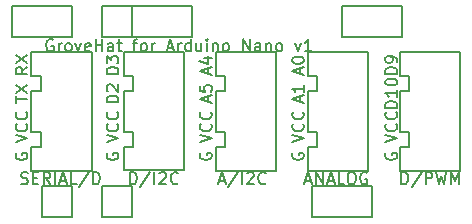
<source format=gto>
G04 (created by PCBNEW (2013-may-18)-stable) date Mon 21 Sep 2015 01:58:13 PM CST*
%MOIN*%
G04 Gerber Fmt 3.4, Leading zero omitted, Abs format*
%FSLAX34Y34*%
G01*
G70*
G90*
G04 APERTURE LIST*
%ADD10C,0.00590551*%
%ADD11C,0.00787402*%
%ADD12C,0.00606299*%
%ADD13C,0.006*%
G04 APERTURE END LIST*
G54D10*
G54D11*
X54550Y-39900D02*
X55550Y-39900D01*
X54550Y-38850D02*
X54550Y-39900D01*
X55550Y-38850D02*
X54550Y-38850D01*
X54550Y-45900D02*
X54550Y-44850D01*
X55550Y-45900D02*
X54550Y-45900D01*
X55550Y-44850D02*
X55550Y-45900D01*
X54550Y-44850D02*
X55550Y-44850D01*
X53550Y-45900D02*
X52550Y-45900D01*
X53550Y-44850D02*
X53550Y-45900D01*
X52550Y-44850D02*
X53550Y-44850D01*
X52550Y-45900D02*
X52550Y-44850D01*
X63550Y-45900D02*
X61550Y-45900D01*
X63550Y-44850D02*
X63550Y-45900D01*
X61550Y-44850D02*
X63550Y-44850D01*
X61550Y-45900D02*
X61550Y-44850D01*
X64550Y-39900D02*
X62550Y-39900D01*
X64550Y-38850D02*
X64550Y-39900D01*
X62550Y-38850D02*
X64550Y-38850D01*
X62550Y-39900D02*
X62550Y-38850D01*
X55550Y-39900D02*
X55550Y-38850D01*
X57550Y-39900D02*
X55550Y-39900D01*
X57550Y-38850D02*
X57550Y-39900D01*
X55550Y-38850D02*
X57550Y-38850D01*
X51550Y-39900D02*
X51550Y-38850D01*
X53550Y-39900D02*
X51550Y-39900D01*
X53550Y-38850D02*
X53550Y-39900D01*
X51550Y-38850D02*
X53550Y-38850D01*
G54D12*
X52900Y-39984D02*
X52863Y-39965D01*
X52806Y-39965D01*
X52750Y-39984D01*
X52713Y-40021D01*
X52694Y-40059D01*
X52675Y-40134D01*
X52675Y-40190D01*
X52694Y-40265D01*
X52713Y-40303D01*
X52750Y-40340D01*
X52806Y-40359D01*
X52844Y-40359D01*
X52900Y-40340D01*
X52919Y-40321D01*
X52919Y-40190D01*
X52844Y-40190D01*
X53088Y-40359D02*
X53088Y-40096D01*
X53088Y-40171D02*
X53106Y-40134D01*
X53125Y-40115D01*
X53162Y-40096D01*
X53200Y-40096D01*
X53387Y-40359D02*
X53350Y-40340D01*
X53331Y-40321D01*
X53312Y-40284D01*
X53312Y-40171D01*
X53331Y-40134D01*
X53350Y-40115D01*
X53387Y-40096D01*
X53444Y-40096D01*
X53481Y-40115D01*
X53500Y-40134D01*
X53519Y-40171D01*
X53519Y-40284D01*
X53500Y-40321D01*
X53481Y-40340D01*
X53444Y-40359D01*
X53387Y-40359D01*
X53650Y-40096D02*
X53744Y-40359D01*
X53837Y-40096D01*
X54137Y-40340D02*
X54100Y-40359D01*
X54025Y-40359D01*
X53987Y-40340D01*
X53969Y-40303D01*
X53969Y-40153D01*
X53987Y-40115D01*
X54025Y-40096D01*
X54100Y-40096D01*
X54137Y-40115D01*
X54156Y-40153D01*
X54156Y-40190D01*
X53969Y-40228D01*
X54325Y-40359D02*
X54325Y-39965D01*
X54325Y-40153D02*
X54550Y-40153D01*
X54550Y-40359D02*
X54550Y-39965D01*
X54906Y-40359D02*
X54906Y-40153D01*
X54887Y-40115D01*
X54850Y-40096D01*
X54775Y-40096D01*
X54737Y-40115D01*
X54906Y-40340D02*
X54869Y-40359D01*
X54775Y-40359D01*
X54737Y-40340D01*
X54719Y-40303D01*
X54719Y-40265D01*
X54737Y-40228D01*
X54775Y-40209D01*
X54869Y-40209D01*
X54906Y-40190D01*
X55037Y-40096D02*
X55187Y-40096D01*
X55094Y-39965D02*
X55094Y-40303D01*
X55112Y-40340D01*
X55150Y-40359D01*
X55187Y-40359D01*
X55562Y-40096D02*
X55712Y-40096D01*
X55618Y-40359D02*
X55618Y-40021D01*
X55637Y-39984D01*
X55675Y-39965D01*
X55712Y-39965D01*
X55900Y-40359D02*
X55862Y-40340D01*
X55843Y-40321D01*
X55825Y-40284D01*
X55825Y-40171D01*
X55843Y-40134D01*
X55862Y-40115D01*
X55900Y-40096D01*
X55956Y-40096D01*
X55993Y-40115D01*
X56012Y-40134D01*
X56031Y-40171D01*
X56031Y-40284D01*
X56012Y-40321D01*
X55993Y-40340D01*
X55956Y-40359D01*
X55900Y-40359D01*
X56200Y-40359D02*
X56200Y-40096D01*
X56200Y-40171D02*
X56218Y-40134D01*
X56237Y-40115D01*
X56275Y-40096D01*
X56312Y-40096D01*
X56725Y-40246D02*
X56912Y-40246D01*
X56687Y-40359D02*
X56818Y-39965D01*
X56950Y-40359D01*
X57081Y-40359D02*
X57081Y-40096D01*
X57081Y-40171D02*
X57100Y-40134D01*
X57118Y-40115D01*
X57156Y-40096D01*
X57193Y-40096D01*
X57493Y-40359D02*
X57493Y-39965D01*
X57493Y-40340D02*
X57456Y-40359D01*
X57381Y-40359D01*
X57343Y-40340D01*
X57324Y-40321D01*
X57306Y-40284D01*
X57306Y-40171D01*
X57324Y-40134D01*
X57343Y-40115D01*
X57381Y-40096D01*
X57456Y-40096D01*
X57493Y-40115D01*
X57849Y-40096D02*
X57849Y-40359D01*
X57681Y-40096D02*
X57681Y-40303D01*
X57699Y-40340D01*
X57737Y-40359D01*
X57793Y-40359D01*
X57831Y-40340D01*
X57849Y-40321D01*
X58037Y-40359D02*
X58037Y-40096D01*
X58037Y-39965D02*
X58018Y-39984D01*
X58037Y-40003D01*
X58056Y-39984D01*
X58037Y-39965D01*
X58037Y-40003D01*
X58224Y-40096D02*
X58224Y-40359D01*
X58224Y-40134D02*
X58243Y-40115D01*
X58281Y-40096D01*
X58337Y-40096D01*
X58374Y-40115D01*
X58393Y-40153D01*
X58393Y-40359D01*
X58637Y-40359D02*
X58599Y-40340D01*
X58581Y-40321D01*
X58562Y-40284D01*
X58562Y-40171D01*
X58581Y-40134D01*
X58599Y-40115D01*
X58637Y-40096D01*
X58693Y-40096D01*
X58731Y-40115D01*
X58749Y-40134D01*
X58768Y-40171D01*
X58768Y-40284D01*
X58749Y-40321D01*
X58731Y-40340D01*
X58693Y-40359D01*
X58637Y-40359D01*
X59237Y-40359D02*
X59237Y-39965D01*
X59462Y-40359D01*
X59462Y-39965D01*
X59818Y-40359D02*
X59818Y-40153D01*
X59799Y-40115D01*
X59762Y-40096D01*
X59687Y-40096D01*
X59649Y-40115D01*
X59818Y-40340D02*
X59780Y-40359D01*
X59687Y-40359D01*
X59649Y-40340D01*
X59630Y-40303D01*
X59630Y-40265D01*
X59649Y-40228D01*
X59687Y-40209D01*
X59780Y-40209D01*
X59818Y-40190D01*
X60005Y-40096D02*
X60005Y-40359D01*
X60005Y-40134D02*
X60024Y-40115D01*
X60062Y-40096D01*
X60118Y-40096D01*
X60155Y-40115D01*
X60174Y-40153D01*
X60174Y-40359D01*
X60418Y-40359D02*
X60380Y-40340D01*
X60362Y-40321D01*
X60343Y-40284D01*
X60343Y-40171D01*
X60362Y-40134D01*
X60380Y-40115D01*
X60418Y-40096D01*
X60474Y-40096D01*
X60512Y-40115D01*
X60530Y-40134D01*
X60549Y-40171D01*
X60549Y-40284D01*
X60530Y-40321D01*
X60512Y-40340D01*
X60474Y-40359D01*
X60418Y-40359D01*
X60980Y-40096D02*
X61074Y-40359D01*
X61168Y-40096D01*
X61524Y-40359D02*
X61299Y-40359D01*
X61411Y-40359D02*
X61411Y-39965D01*
X61374Y-40021D01*
X61336Y-40059D01*
X61299Y-40078D01*
X51837Y-44770D02*
X51893Y-44789D01*
X51987Y-44789D01*
X52024Y-44770D01*
X52043Y-44751D01*
X52062Y-44714D01*
X52062Y-44676D01*
X52043Y-44639D01*
X52024Y-44620D01*
X51987Y-44601D01*
X51912Y-44583D01*
X51874Y-44564D01*
X51856Y-44545D01*
X51837Y-44508D01*
X51837Y-44470D01*
X51856Y-44433D01*
X51874Y-44414D01*
X51912Y-44395D01*
X52005Y-44395D01*
X52062Y-44414D01*
X52230Y-44583D02*
X52362Y-44583D01*
X52418Y-44789D02*
X52230Y-44789D01*
X52230Y-44395D01*
X52418Y-44395D01*
X52812Y-44789D02*
X52680Y-44601D01*
X52587Y-44789D02*
X52587Y-44395D01*
X52737Y-44395D01*
X52774Y-44414D01*
X52793Y-44433D01*
X52812Y-44470D01*
X52812Y-44526D01*
X52793Y-44564D01*
X52774Y-44583D01*
X52737Y-44601D01*
X52587Y-44601D01*
X52980Y-44789D02*
X52980Y-44395D01*
X53149Y-44676D02*
X53337Y-44676D01*
X53112Y-44789D02*
X53243Y-44395D01*
X53374Y-44789D01*
X53693Y-44789D02*
X53505Y-44789D01*
X53505Y-44395D01*
X54105Y-44376D02*
X53768Y-44883D01*
X54236Y-44789D02*
X54236Y-44395D01*
X54330Y-44395D01*
X54386Y-44414D01*
X54424Y-44451D01*
X54443Y-44489D01*
X54461Y-44564D01*
X54461Y-44620D01*
X54443Y-44695D01*
X54424Y-44733D01*
X54386Y-44770D01*
X54330Y-44789D01*
X54236Y-44789D01*
X55472Y-44789D02*
X55472Y-44395D01*
X55566Y-44395D01*
X55622Y-44414D01*
X55659Y-44451D01*
X55678Y-44489D01*
X55697Y-44564D01*
X55697Y-44620D01*
X55678Y-44695D01*
X55659Y-44733D01*
X55622Y-44770D01*
X55566Y-44789D01*
X55472Y-44789D01*
X56147Y-44376D02*
X55809Y-44883D01*
X56278Y-44789D02*
X56278Y-44395D01*
X56447Y-44433D02*
X56466Y-44414D01*
X56503Y-44395D01*
X56597Y-44395D01*
X56634Y-44414D01*
X56653Y-44433D01*
X56672Y-44470D01*
X56672Y-44508D01*
X56653Y-44564D01*
X56428Y-44789D01*
X56672Y-44789D01*
X57065Y-44751D02*
X57047Y-44770D01*
X56991Y-44789D01*
X56953Y-44789D01*
X56897Y-44770D01*
X56859Y-44733D01*
X56841Y-44695D01*
X56822Y-44620D01*
X56822Y-44564D01*
X56841Y-44489D01*
X56859Y-44451D01*
X56897Y-44414D01*
X56953Y-44395D01*
X56991Y-44395D01*
X57047Y-44414D01*
X57065Y-44433D01*
X58434Y-44676D02*
X58622Y-44676D01*
X58397Y-44789D02*
X58528Y-44395D01*
X58659Y-44789D01*
X59071Y-44376D02*
X58734Y-44883D01*
X59203Y-44789D02*
X59203Y-44395D01*
X59371Y-44433D02*
X59390Y-44414D01*
X59428Y-44395D01*
X59521Y-44395D01*
X59559Y-44414D01*
X59578Y-44433D01*
X59596Y-44470D01*
X59596Y-44508D01*
X59578Y-44564D01*
X59353Y-44789D01*
X59596Y-44789D01*
X59990Y-44751D02*
X59971Y-44770D01*
X59915Y-44789D01*
X59878Y-44789D01*
X59821Y-44770D01*
X59784Y-44733D01*
X59765Y-44695D01*
X59746Y-44620D01*
X59746Y-44564D01*
X59765Y-44489D01*
X59784Y-44451D01*
X59821Y-44414D01*
X59878Y-44395D01*
X59915Y-44395D01*
X59971Y-44414D01*
X59990Y-44433D01*
X61318Y-44676D02*
X61506Y-44676D01*
X61281Y-44789D02*
X61412Y-44395D01*
X61543Y-44789D01*
X61675Y-44789D02*
X61675Y-44395D01*
X61900Y-44789D01*
X61900Y-44395D01*
X62068Y-44676D02*
X62256Y-44676D01*
X62031Y-44789D02*
X62162Y-44395D01*
X62293Y-44789D01*
X62612Y-44789D02*
X62424Y-44789D01*
X62424Y-44395D01*
X62818Y-44395D02*
X62893Y-44395D01*
X62931Y-44414D01*
X62968Y-44451D01*
X62987Y-44526D01*
X62987Y-44658D01*
X62968Y-44733D01*
X62931Y-44770D01*
X62893Y-44789D01*
X62818Y-44789D01*
X62781Y-44770D01*
X62743Y-44733D01*
X62724Y-44658D01*
X62724Y-44526D01*
X62743Y-44451D01*
X62781Y-44414D01*
X62818Y-44395D01*
X63362Y-44414D02*
X63324Y-44395D01*
X63268Y-44395D01*
X63212Y-44414D01*
X63174Y-44451D01*
X63156Y-44489D01*
X63137Y-44564D01*
X63137Y-44620D01*
X63156Y-44695D01*
X63174Y-44733D01*
X63212Y-44770D01*
X63268Y-44789D01*
X63306Y-44789D01*
X63362Y-44770D01*
X63381Y-44751D01*
X63381Y-44620D01*
X63306Y-44620D01*
X64516Y-44789D02*
X64516Y-44395D01*
X64610Y-44395D01*
X64666Y-44414D01*
X64703Y-44451D01*
X64722Y-44489D01*
X64741Y-44564D01*
X64741Y-44620D01*
X64722Y-44695D01*
X64703Y-44733D01*
X64666Y-44770D01*
X64610Y-44789D01*
X64516Y-44789D01*
X65191Y-44376D02*
X64853Y-44883D01*
X65322Y-44789D02*
X65322Y-44395D01*
X65472Y-44395D01*
X65509Y-44414D01*
X65528Y-44433D01*
X65547Y-44470D01*
X65547Y-44526D01*
X65528Y-44564D01*
X65509Y-44583D01*
X65472Y-44601D01*
X65322Y-44601D01*
X65678Y-44395D02*
X65772Y-44789D01*
X65847Y-44508D01*
X65922Y-44789D01*
X66016Y-44395D01*
X66166Y-44789D02*
X66166Y-44395D01*
X66297Y-44676D01*
X66428Y-44395D01*
X66428Y-44789D01*
X64371Y-42249D02*
X63978Y-42249D01*
X63978Y-42155D01*
X63997Y-42099D01*
X64034Y-42062D01*
X64071Y-42043D01*
X64146Y-42024D01*
X64203Y-42024D01*
X64278Y-42043D01*
X64315Y-42062D01*
X64353Y-42099D01*
X64371Y-42155D01*
X64371Y-42249D01*
X64371Y-41649D02*
X64371Y-41874D01*
X64371Y-41762D02*
X63978Y-41762D01*
X64034Y-41799D01*
X64071Y-41837D01*
X64090Y-41874D01*
X63978Y-41406D02*
X63978Y-41368D01*
X63997Y-41331D01*
X64015Y-41312D01*
X64053Y-41293D01*
X64128Y-41274D01*
X64221Y-41274D01*
X64296Y-41293D01*
X64334Y-41312D01*
X64353Y-41331D01*
X64371Y-41368D01*
X64371Y-41406D01*
X64353Y-41443D01*
X64334Y-41462D01*
X64296Y-41481D01*
X64221Y-41499D01*
X64128Y-41499D01*
X64053Y-41481D01*
X64015Y-41462D01*
X63997Y-41443D01*
X63978Y-41406D01*
X64371Y-41117D02*
X63978Y-41117D01*
X63978Y-41023D01*
X63997Y-40967D01*
X64034Y-40929D01*
X64071Y-40911D01*
X64146Y-40892D01*
X64203Y-40892D01*
X64278Y-40911D01*
X64315Y-40929D01*
X64353Y-40967D01*
X64371Y-41023D01*
X64371Y-41117D01*
X64371Y-40704D02*
X64371Y-40629D01*
X64353Y-40592D01*
X64334Y-40573D01*
X64278Y-40536D01*
X64203Y-40517D01*
X64053Y-40517D01*
X64015Y-40536D01*
X63997Y-40554D01*
X63978Y-40592D01*
X63978Y-40667D01*
X63997Y-40704D01*
X64015Y-40723D01*
X64053Y-40742D01*
X64146Y-40742D01*
X64184Y-40723D01*
X64203Y-40704D01*
X64221Y-40667D01*
X64221Y-40592D01*
X64203Y-40554D01*
X64184Y-40536D01*
X64146Y-40517D01*
X61149Y-42052D02*
X61149Y-41865D01*
X61261Y-42090D02*
X60868Y-41959D01*
X61261Y-41827D01*
X61261Y-41490D02*
X61261Y-41715D01*
X61261Y-41602D02*
X60868Y-41602D01*
X60924Y-41640D01*
X60961Y-41677D01*
X60980Y-41715D01*
X61149Y-41107D02*
X61149Y-40920D01*
X61261Y-41145D02*
X60868Y-41014D01*
X61261Y-40883D01*
X60868Y-40676D02*
X60868Y-40639D01*
X60886Y-40601D01*
X60905Y-40583D01*
X60943Y-40564D01*
X61017Y-40545D01*
X61111Y-40545D01*
X61186Y-40564D01*
X61224Y-40583D01*
X61242Y-40601D01*
X61261Y-40639D01*
X61261Y-40676D01*
X61242Y-40714D01*
X61224Y-40733D01*
X61186Y-40751D01*
X61111Y-40770D01*
X61017Y-40770D01*
X60943Y-40751D01*
X60905Y-40733D01*
X60886Y-40714D01*
X60868Y-40676D01*
X58078Y-42052D02*
X58078Y-41865D01*
X58190Y-42090D02*
X57797Y-41959D01*
X58190Y-41827D01*
X57797Y-41509D02*
X57797Y-41696D01*
X57984Y-41715D01*
X57965Y-41696D01*
X57947Y-41659D01*
X57947Y-41565D01*
X57965Y-41527D01*
X57984Y-41509D01*
X58022Y-41490D01*
X58115Y-41490D01*
X58153Y-41509D01*
X58172Y-41527D01*
X58190Y-41565D01*
X58190Y-41659D01*
X58172Y-41696D01*
X58153Y-41715D01*
X58078Y-41107D02*
X58078Y-40920D01*
X58190Y-41145D02*
X57797Y-41014D01*
X58190Y-40883D01*
X57928Y-40583D02*
X58190Y-40583D01*
X57778Y-40676D02*
X58059Y-40770D01*
X58059Y-40526D01*
X55080Y-41117D02*
X54686Y-41117D01*
X54686Y-41023D01*
X54705Y-40967D01*
X54743Y-40929D01*
X54780Y-40911D01*
X54855Y-40892D01*
X54911Y-40892D01*
X54986Y-40911D01*
X55024Y-40929D01*
X55061Y-40967D01*
X55080Y-41023D01*
X55080Y-41117D01*
X54686Y-40761D02*
X54686Y-40517D01*
X54836Y-40648D01*
X54836Y-40592D01*
X54855Y-40554D01*
X54874Y-40536D01*
X54911Y-40517D01*
X55005Y-40517D01*
X55043Y-40536D01*
X55061Y-40554D01*
X55080Y-40592D01*
X55080Y-40704D01*
X55061Y-40742D01*
X55043Y-40761D01*
X55080Y-42062D02*
X54686Y-42062D01*
X54686Y-41968D01*
X54705Y-41912D01*
X54743Y-41874D01*
X54780Y-41856D01*
X54855Y-41837D01*
X54911Y-41837D01*
X54986Y-41856D01*
X55024Y-41874D01*
X55061Y-41912D01*
X55080Y-41968D01*
X55080Y-42062D01*
X54724Y-41687D02*
X54705Y-41668D01*
X54686Y-41631D01*
X54686Y-41537D01*
X54705Y-41499D01*
X54724Y-41481D01*
X54761Y-41462D01*
X54799Y-41462D01*
X54855Y-41481D01*
X55080Y-41706D01*
X55080Y-41462D01*
G54D13*
X63997Y-43755D02*
X63978Y-43792D01*
X63978Y-43848D01*
X63997Y-43905D01*
X64034Y-43942D01*
X64071Y-43961D01*
X64146Y-43980D01*
X64203Y-43980D01*
X64278Y-43961D01*
X64315Y-43942D01*
X64353Y-43905D01*
X64371Y-43848D01*
X64371Y-43811D01*
X64353Y-43755D01*
X64334Y-43736D01*
X64203Y-43736D01*
X64203Y-43811D01*
X60886Y-43755D02*
X60868Y-43792D01*
X60868Y-43848D01*
X60886Y-43905D01*
X60924Y-43942D01*
X60961Y-43961D01*
X61036Y-43980D01*
X61092Y-43980D01*
X61167Y-43961D01*
X61205Y-43942D01*
X61242Y-43905D01*
X61261Y-43848D01*
X61261Y-43811D01*
X61242Y-43755D01*
X61224Y-43736D01*
X61092Y-43736D01*
X61092Y-43811D01*
X57815Y-43755D02*
X57797Y-43792D01*
X57797Y-43848D01*
X57815Y-43905D01*
X57853Y-43942D01*
X57890Y-43961D01*
X57965Y-43980D01*
X58022Y-43980D01*
X58097Y-43961D01*
X58134Y-43942D01*
X58172Y-43905D01*
X58190Y-43848D01*
X58190Y-43811D01*
X58172Y-43755D01*
X58153Y-43736D01*
X58022Y-43736D01*
X58022Y-43811D01*
X54705Y-43755D02*
X54686Y-43792D01*
X54686Y-43848D01*
X54705Y-43905D01*
X54743Y-43942D01*
X54780Y-43961D01*
X54855Y-43980D01*
X54911Y-43980D01*
X54986Y-43961D01*
X55024Y-43942D01*
X55061Y-43905D01*
X55080Y-43848D01*
X55080Y-43811D01*
X55061Y-43755D01*
X55043Y-43736D01*
X54911Y-43736D01*
X54911Y-43811D01*
X51674Y-43755D02*
X51655Y-43792D01*
X51655Y-43848D01*
X51674Y-43905D01*
X51711Y-43942D01*
X51749Y-43961D01*
X51824Y-43980D01*
X51880Y-43980D01*
X51955Y-43961D01*
X51992Y-43942D01*
X52030Y-43905D01*
X52049Y-43848D01*
X52049Y-43811D01*
X52030Y-43755D01*
X52011Y-43736D01*
X51880Y-43736D01*
X51880Y-43811D01*
X51655Y-42071D02*
X51655Y-41846D01*
X52049Y-41959D02*
X51655Y-41959D01*
X51655Y-41752D02*
X52049Y-41490D01*
X51655Y-41490D02*
X52049Y-41752D01*
X52049Y-40892D02*
X51861Y-41023D01*
X52049Y-41117D02*
X51655Y-41117D01*
X51655Y-40967D01*
X51674Y-40929D01*
X51692Y-40911D01*
X51730Y-40892D01*
X51786Y-40892D01*
X51824Y-40911D01*
X51842Y-40929D01*
X51861Y-40967D01*
X51861Y-41117D01*
X51655Y-40761D02*
X52049Y-40498D01*
X51655Y-40498D02*
X52049Y-40761D01*
X63978Y-43398D02*
X64371Y-43267D01*
X63978Y-43136D01*
X64334Y-42780D02*
X64353Y-42799D01*
X64371Y-42855D01*
X64371Y-42892D01*
X64353Y-42949D01*
X64315Y-42986D01*
X64278Y-43005D01*
X64203Y-43023D01*
X64146Y-43023D01*
X64071Y-43005D01*
X64034Y-42986D01*
X63997Y-42949D01*
X63978Y-42892D01*
X63978Y-42855D01*
X63997Y-42799D01*
X64015Y-42780D01*
X64334Y-42386D02*
X64353Y-42405D01*
X64371Y-42461D01*
X64371Y-42499D01*
X64353Y-42555D01*
X64315Y-42592D01*
X64278Y-42611D01*
X64203Y-42630D01*
X64146Y-42630D01*
X64071Y-42611D01*
X64034Y-42592D01*
X63997Y-42555D01*
X63978Y-42499D01*
X63978Y-42461D01*
X63997Y-42405D01*
X64015Y-42386D01*
X60868Y-43398D02*
X61261Y-43267D01*
X60868Y-43136D01*
X61224Y-42780D02*
X61242Y-42799D01*
X61261Y-42855D01*
X61261Y-42892D01*
X61242Y-42949D01*
X61205Y-42986D01*
X61167Y-43005D01*
X61092Y-43023D01*
X61036Y-43023D01*
X60961Y-43005D01*
X60924Y-42986D01*
X60886Y-42949D01*
X60868Y-42892D01*
X60868Y-42855D01*
X60886Y-42799D01*
X60905Y-42780D01*
X61224Y-42386D02*
X61242Y-42405D01*
X61261Y-42461D01*
X61261Y-42499D01*
X61242Y-42555D01*
X61205Y-42592D01*
X61167Y-42611D01*
X61092Y-42630D01*
X61036Y-42630D01*
X60961Y-42611D01*
X60924Y-42592D01*
X60886Y-42555D01*
X60868Y-42499D01*
X60868Y-42461D01*
X60886Y-42405D01*
X60905Y-42386D01*
X57797Y-43398D02*
X58190Y-43267D01*
X57797Y-43136D01*
X58153Y-42780D02*
X58172Y-42799D01*
X58190Y-42855D01*
X58190Y-42892D01*
X58172Y-42949D01*
X58134Y-42986D01*
X58097Y-43005D01*
X58022Y-43023D01*
X57965Y-43023D01*
X57890Y-43005D01*
X57853Y-42986D01*
X57815Y-42949D01*
X57797Y-42892D01*
X57797Y-42855D01*
X57815Y-42799D01*
X57834Y-42780D01*
X58153Y-42386D02*
X58172Y-42405D01*
X58190Y-42461D01*
X58190Y-42499D01*
X58172Y-42555D01*
X58134Y-42592D01*
X58097Y-42611D01*
X58022Y-42630D01*
X57965Y-42630D01*
X57890Y-42611D01*
X57853Y-42592D01*
X57815Y-42555D01*
X57797Y-42499D01*
X57797Y-42461D01*
X57815Y-42405D01*
X57834Y-42386D01*
X54686Y-43398D02*
X55080Y-43267D01*
X54686Y-43136D01*
X55043Y-42780D02*
X55061Y-42799D01*
X55080Y-42855D01*
X55080Y-42892D01*
X55061Y-42949D01*
X55024Y-42986D01*
X54986Y-43005D01*
X54911Y-43023D01*
X54855Y-43023D01*
X54780Y-43005D01*
X54743Y-42986D01*
X54705Y-42949D01*
X54686Y-42892D01*
X54686Y-42855D01*
X54705Y-42799D01*
X54724Y-42780D01*
X55043Y-42386D02*
X55061Y-42405D01*
X55080Y-42461D01*
X55080Y-42499D01*
X55061Y-42555D01*
X55024Y-42592D01*
X54986Y-42611D01*
X54911Y-42630D01*
X54855Y-42630D01*
X54780Y-42611D01*
X54743Y-42592D01*
X54705Y-42555D01*
X54686Y-42499D01*
X54686Y-42461D01*
X54705Y-42405D01*
X54724Y-42386D01*
X51655Y-43398D02*
X52049Y-43267D01*
X51655Y-43136D01*
X52011Y-42780D02*
X52030Y-42799D01*
X52049Y-42855D01*
X52049Y-42892D01*
X52030Y-42949D01*
X51992Y-42986D01*
X51955Y-43005D01*
X51880Y-43023D01*
X51824Y-43023D01*
X51749Y-43005D01*
X51711Y-42986D01*
X51674Y-42949D01*
X51655Y-42892D01*
X51655Y-42855D01*
X51674Y-42799D01*
X51692Y-42780D01*
X52011Y-42386D02*
X52030Y-42405D01*
X52049Y-42461D01*
X52049Y-42499D01*
X52030Y-42555D01*
X51992Y-42592D01*
X51955Y-42611D01*
X51880Y-42630D01*
X51824Y-42630D01*
X51749Y-42611D01*
X51711Y-42592D01*
X51674Y-42555D01*
X51655Y-42499D01*
X51655Y-42461D01*
X51674Y-42405D01*
X51692Y-42386D01*
G54D10*
X55255Y-44330D02*
X57263Y-44330D01*
X57263Y-44330D02*
X57263Y-40393D01*
X57263Y-40393D02*
X55255Y-40393D01*
X55255Y-40393D02*
X55255Y-41181D01*
X55255Y-41181D02*
X55570Y-41181D01*
X55570Y-41181D02*
X55570Y-41673D01*
X55570Y-41673D02*
X55255Y-41673D01*
X55255Y-41673D02*
X55255Y-43051D01*
X55255Y-43051D02*
X55570Y-43051D01*
X55570Y-43051D02*
X55570Y-43543D01*
X55570Y-43543D02*
X55255Y-43543D01*
X55255Y-43543D02*
X55255Y-44330D01*
X52185Y-44338D02*
X54192Y-44338D01*
X54192Y-44338D02*
X54192Y-40401D01*
X54192Y-40401D02*
X52185Y-40401D01*
X52185Y-40401D02*
X52185Y-41188D01*
X52185Y-41188D02*
X52500Y-41188D01*
X52500Y-41188D02*
X52500Y-41681D01*
X52500Y-41681D02*
X52185Y-41681D01*
X52185Y-41681D02*
X52185Y-43059D01*
X52185Y-43059D02*
X52500Y-43059D01*
X52500Y-43059D02*
X52500Y-43551D01*
X52500Y-43551D02*
X52185Y-43551D01*
X52185Y-43551D02*
X52185Y-44338D01*
X64468Y-44338D02*
X66476Y-44338D01*
X66476Y-44338D02*
X66476Y-40401D01*
X66476Y-40401D02*
X64468Y-40401D01*
X64468Y-40401D02*
X64468Y-41188D01*
X64468Y-41188D02*
X64783Y-41188D01*
X64783Y-41188D02*
X64783Y-41681D01*
X64783Y-41681D02*
X64468Y-41681D01*
X64468Y-41681D02*
X64468Y-43059D01*
X64468Y-43059D02*
X64783Y-43059D01*
X64783Y-43059D02*
X64783Y-43551D01*
X64783Y-43551D02*
X64468Y-43551D01*
X64468Y-43551D02*
X64468Y-44338D01*
X61397Y-44338D02*
X63405Y-44338D01*
X63405Y-44338D02*
X63405Y-40401D01*
X63405Y-40401D02*
X61397Y-40401D01*
X61397Y-40401D02*
X61397Y-41188D01*
X61397Y-41188D02*
X61712Y-41188D01*
X61712Y-41188D02*
X61712Y-41681D01*
X61712Y-41681D02*
X61397Y-41681D01*
X61397Y-41681D02*
X61397Y-43059D01*
X61397Y-43059D02*
X61712Y-43059D01*
X61712Y-43059D02*
X61712Y-43551D01*
X61712Y-43551D02*
X61397Y-43551D01*
X61397Y-43551D02*
X61397Y-44338D01*
X58326Y-44338D02*
X60334Y-44338D01*
X60334Y-44338D02*
X60334Y-40401D01*
X60334Y-40401D02*
X58326Y-40401D01*
X58326Y-40401D02*
X58326Y-41188D01*
X58326Y-41188D02*
X58641Y-41188D01*
X58641Y-41188D02*
X58641Y-41681D01*
X58641Y-41681D02*
X58326Y-41681D01*
X58326Y-41681D02*
X58326Y-43059D01*
X58326Y-43059D02*
X58641Y-43059D01*
X58641Y-43059D02*
X58641Y-43551D01*
X58641Y-43551D02*
X58326Y-43551D01*
X58326Y-43551D02*
X58326Y-44338D01*
M02*

</source>
